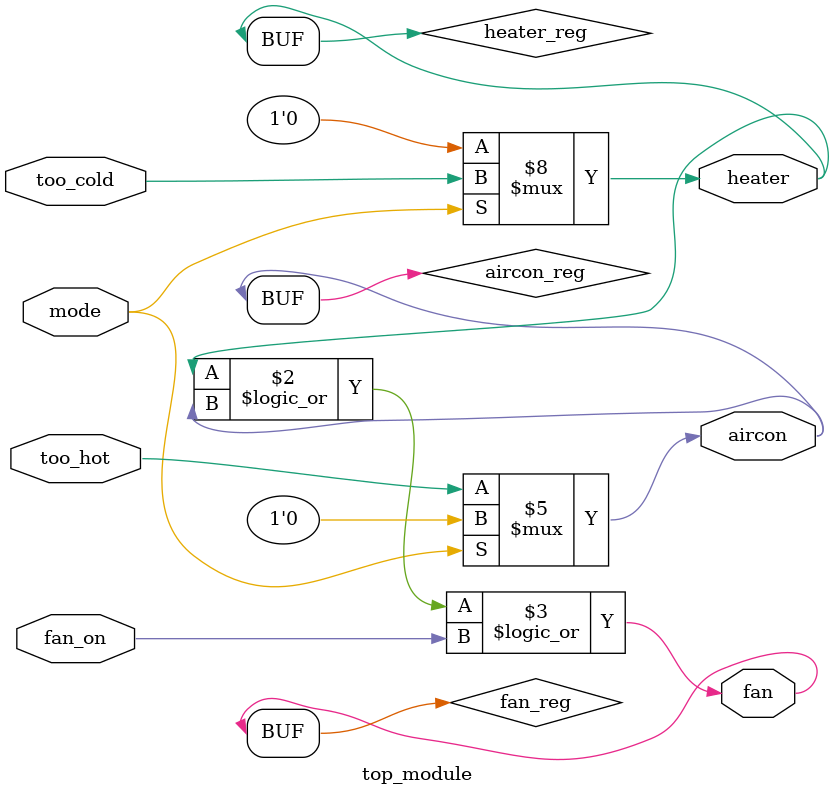
<source format=sv>
module top_module(
    input mode,
    input too_cold, 
    input too_hot,
    input fan_on,
    output heater,
    output aircon,
    output fan
);
    reg heater_reg, aircon_reg, fan_reg;

    always @(*) begin
        if (mode) begin // Heating mode
            heater_reg = too_cold;
            aircon_reg = 1'b0;
        end else begin // Cooling mode
            heater_reg = 1'b0;
            aircon_reg = too_hot;
        end

        // Fan should be on if heater or aircon is on, or if fan_on is requested
        fan_reg = heater_reg || aircon_reg || fan_on;
    end

    assign heater = heater_reg;
    assign aircon = aircon_reg;
    assign fan = fan_reg;
endmodule

</source>
